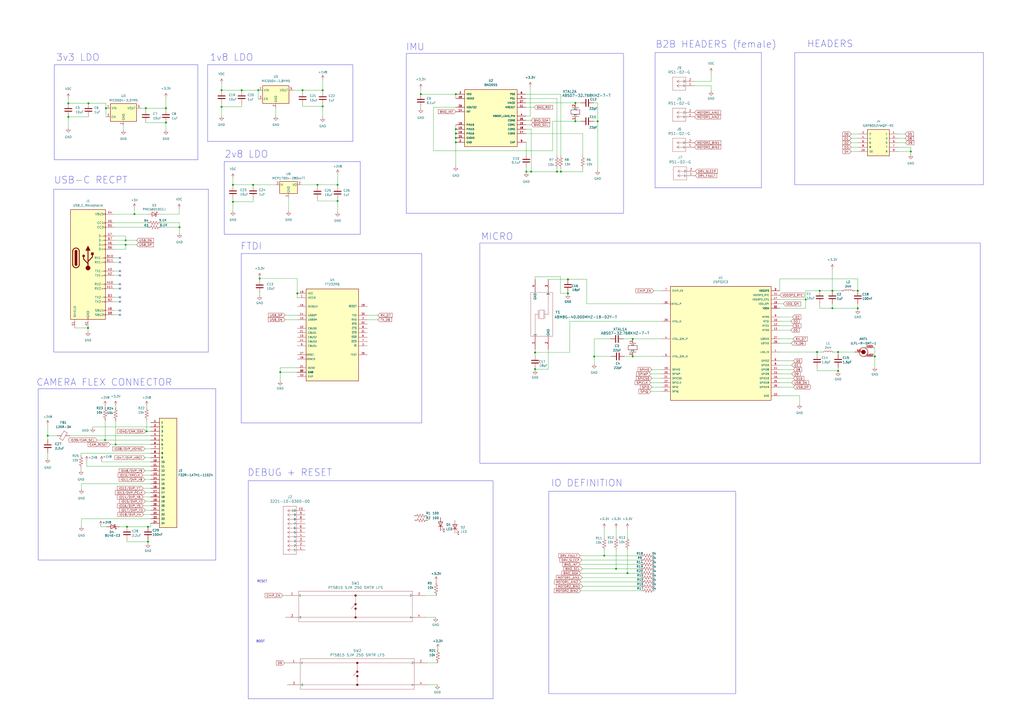
<source format=kicad_sch>
(kicad_sch (version 20230121) (generator eeschema)
  (paper "A2")
  (junction (at 85.09 250.19))
  (junction (at 346.71 70.358))
  (junction (at 85.852 305.562))
  (junction (at 149.86 52.324))
  (junction (at 486.156 215.138))
  (junction (at 51.054 190.246))
  (junction (at 187.198 61.722))
  (junction (at 73.66 305.562))
  (junction (at 84.582 62.738))
  (junction (at 482.854 178.816))
  (junction (at 367.03 206.756))
  (junction (at 482.854 168.656))
  (junction (at 310.388 204.47))
  (junction (at 473.964 204.216))
  (junction (at 344.678 206.756))
  (junction (at 39.624 59.944))
  (junction (at 363.982 332.486))
  (junction (at 528.32 87.884))
  (junction (at 467.36 173.736))
  (junction (at 367.03 196.596))
  (junction (at 497.586 168.656))
  (junction (at 27.686 252.73))
  (junction (at 333.756 70.358))
  (junction (at 308.102 99.568))
  (junction (at 325.374 99.568))
  (junction (at 475.488 168.656))
  (junction (at 329.438 162.052))
  (junction (at 357.378 329.946))
  (junction (at 350.52 322.326))
  (junction (at 172.466 170.18))
  (junction (at 195.834 107.188))
  (junction (at 128.524 61.976))
  (junction (at 333.756 59.69))
  (junction (at 497.586 178.816))
  (junction (at 162.56 215.9))
  (junction (at 146.812 107.188))
  (junction (at 128.524 52.324))
  (junction (at 323.088 99.568))
  (junction (at 39.624 67.818))
  (junction (at 104.14 131.826))
  (junction (at 72.898 141.986))
  (junction (at 60.96 255.27))
  (junction (at 507.492 206.756))
  (junction (at 264.414 80.01))
  (junction (at 150.622 161.544))
  (junction (at 486.156 204.216))
  (junction (at 264.414 77.47))
  (junction (at 72.898 139.446))
  (junction (at 67.056 257.81))
  (junction (at 329.438 170.18))
  (junction (at 187.198 52.324))
  (junction (at 305.308 99.568))
  (junction (at 195.834 116.586))
  (junction (at 264.414 74.93))
  (junction (at 184.15 107.188))
  (junction (at 96.266 71.12))
  (junction (at 135.128 117.094))
  (junction (at 51.308 59.944))
  (junction (at 264.414 82.55))
  (junction (at 244.094 54.61))
  (junction (at 61.468 62.738))
  (junction (at 85.852 314.198))
  (junction (at 77.978 124.206))
  (junction (at 135.128 107.188))
  (junction (at 175.514 52.324))
  (junction (at 264.414 54.61))
  (junction (at 310.388 214.122))
  (junction (at 140.208 52.324))
  (junction (at 96.266 62.738))
  (no_connect (at 69.596 167.386))
  (no_connect (at 69.596 180.086))
  (no_connect (at 69.596 182.626))
  (no_connect (at 69.596 172.466))
  (no_connect (at 69.596 149.606))
  (no_connect (at 69.596 157.226))
  (no_connect (at 69.596 159.766))
  (no_connect (at 69.596 175.006))
  (no_connect (at 69.596 164.846))
  (no_connect (at 69.596 152.146))
  (wire (pts (xy 140.208 60.198) (xy 140.208 61.976)))
  (wire (pts (xy 246.888 358.14) (xy 252.73 358.14)))
  (wire (pts (xy 40.64 252.73) (xy 87.376 252.73)))
  (wire (pts (xy 383.794 176.276) (xy 340.36 176.276)))
  (wire (pts (xy 85.598 124.206) (xy 77.978 124.206)))
  (wire (pts (xy 150.622 161.036) (xy 150.622 161.544)))
  (wire (pts (xy 357.378 306.324) (xy 357.378 311.404)))
  (wire (pts (xy 452.374 214.376) (xy 460.248 214.376)))
  (wire (pts (xy 69.596 159.766) (xy 66.294 159.766)))
  (wire (pts (xy 39.624 67.564) (xy 39.624 67.818)))
  (wire (pts (xy 219.202 182.88) (xy 213.106 182.88)))
  (wire (pts (xy 39.624 56.896) (xy 39.624 59.944)))
  (wire (pts (xy 184.15 107.188) (xy 195.834 107.188)))
  (wire (pts (xy 350.52 322.326) (xy 336.55 322.326)))
  (wire (pts (xy 77.978 120.65) (xy 77.978 124.206)))
  (wire (pts (xy 83.312 298.45) (xy 87.376 298.45)))
  (wire (pts (xy 467.36 173.736) (xy 467.36 168.656)))
  (wire (pts (xy 363.982 306.324) (xy 363.982 311.404)))
  (wire (pts (xy 184.15 116.586) (xy 195.834 116.586)))
  (wire (pts (xy 363.982 332.486) (xy 363.982 319.024)))
  (wire (pts (xy 330.454 186.436) (xy 383.794 186.436)))
  (wire (pts (xy 473.964 215.138) (xy 473.964 213.106)))
  (wire (pts (xy 337.82 329.946) (xy 357.378 329.946)))
  (wire (pts (xy 58.42 305.562) (xy 58.42 304.8)))
  (wire (pts (xy 493.776 85.344) (xy 498.094 85.344)))
  (wire (pts (xy 69.596 182.626) (xy 66.294 182.626)))
  (wire (pts (xy 77.978 124.206) (xy 66.294 124.206)))
  (wire (pts (xy 325.12 170.18) (xy 329.438 170.18)))
  (wire (pts (xy 525.272 82.804) (xy 520.954 82.804)))
  (wire (pts (xy 69.596 149.606) (xy 66.294 149.606)))
  (wire (pts (xy 83.058 293.37) (xy 87.376 293.37)))
  (wire (pts (xy 51.308 67.818) (xy 39.624 67.818)))
  (wire (pts (xy 371.856 329.946) (xy 357.378 329.946)))
  (wire (pts (xy 507.492 201.676) (xy 505.968 201.676)))
  (wire (pts (xy 104.14 131.826) (xy 104.14 135.382)))
  (wire (pts (xy 46.99 262.89) (xy 87.376 262.89)))
  (wire (pts (xy 497.586 178.816) (xy 482.854 178.816)))
  (wire (pts (xy 377.444 216.916) (xy 383.794 216.916)))
  (wire (pts (xy 452.374 183.896) (xy 459.74 183.896)))
  (wire (pts (xy 84.328 295.91) (xy 87.376 295.91)))
  (wire (pts (xy 452.374 186.436) (xy 458.724 186.436)))
  (wire (pts (xy 412.496 47.244) (xy 402.844 47.244)))
  (wire (pts (xy 247.904 384.556) (xy 254 384.556)))
  (wire (pts (xy 73.66 314.198) (xy 85.852 314.198)))
  (wire (pts (xy 484.124 204.216) (xy 486.156 204.216)))
  (wire (pts (xy 51.054 192.278) (xy 51.054 190.246)))
  (wire (pts (xy 333.756 70.358) (xy 336.804 70.358)))
  (wire (pts (xy 350.52 306.324) (xy 350.52 311.658)))
  (wire (pts (xy 87.376 305.562) (xy 87.376 303.53)))
  (wire (pts (xy 412.496 52.832) (xy 412.496 49.784)))
  (wire (pts (xy 305.054 74.93) (xy 308.102 74.93)))
  (wire (pts (xy 325.374 99.568) (xy 338.074 99.568)))
  (wire (pts (xy 58.928 267.208) (xy 58.928 267.97)))
  (wire (pts (xy 67.056 235.204) (xy 67.056 236.474)))
  (wire (pts (xy 252.984 337.058) (xy 252.984 337.82)))
  (wire (pts (xy 323.088 99.568) (xy 325.374 99.568)))
  (wire (pts (xy 104.14 129.286) (xy 104.14 131.826)))
  (wire (pts (xy 187.198 46.228) (xy 187.198 52.324)))
  (wire (pts (xy 493.776 77.724) (xy 498.094 77.724)))
  (wire (pts (xy 310.388 162.052) (xy 310.388 160.528)))
  (wire (pts (xy 72.898 141.986) (xy 79.248 141.986)))
  (wire (pts (xy 340.36 162.052) (xy 329.438 162.052)))
  (wire (pts (xy 354.076 196.596) (xy 344.678 196.596)))
  (wire (pts (xy 187.198 61.722) (xy 187.198 60.706)))
  (wire (pts (xy 476.504 204.216) (xy 473.964 204.216)))
  (wire (pts (xy 482.854 155.956) (xy 482.854 168.656)))
  (wire (pts (xy 84.582 250.19) (xy 85.09 250.19)))
  (wire (pts (xy 85.09 250.19) (xy 87.376 250.19)))
  (wire (pts (xy 310.388 204.47) (xy 330.454 204.47)))
  (wire (pts (xy 175.514 52.324) (xy 187.198 52.324)))
  (wire (pts (xy 39.624 67.818) (xy 39.624 74.168)))
  (wire (pts (xy 350.52 319.278) (xy 350.52 322.326)))
  (wire (pts (xy 452.374 191.516) (xy 458.724 191.516)))
  (wire (pts (xy 378.206 219.456) (xy 383.794 219.456)))
  (wire (pts (xy 72.898 136.906) (xy 72.898 139.446)))
  (wire (pts (xy 378.206 214.376) (xy 383.794 214.376)))
  (wire (pts (xy 310.388 214.122) (xy 310.388 213.614)))
  (wire (pts (xy 66.294 141.986) (xy 72.898 141.986)))
  (wire (pts (xy 150.622 171.45) (xy 150.622 169.926)))
  (wire (pts (xy 264.414 77.47) (xy 264.414 80.01)))
  (wire (pts (xy 452.374 188.976) (xy 459.74 188.976)))
  (wire (pts (xy 135.128 117.094) (xy 135.128 115.316)))
  (wire (pts (xy 305.054 77.47) (xy 338.074 77.47)))
  (wire (pts (xy 338.074 77.47) (xy 338.074 90.17)))
  (wire (pts (xy 357.378 329.946) (xy 357.378 319.024)))
  (wire (pts (xy 525.018 80.264) (xy 520.954 80.264)))
  (wire (pts (xy 162.56 215.9) (xy 162.56 220.98)))
  (wire (pts (xy 172.466 170.18) (xy 172.466 161.544)))
  (wire (pts (xy 264.414 74.93) (xy 264.414 77.47)))
  (wire (pts (xy 66.294 136.906) (xy 72.898 136.906)))
  (wire (pts (xy 60.96 236.22) (xy 60.96 235.204)))
  (wire (pts (xy 69.596 175.006) (xy 66.294 175.006)))
  (wire (pts (xy 346.71 98.806) (xy 346.71 70.358)))
  (wire (pts (xy 305.054 59.69) (xy 333.756 59.69)))
  (wire (pts (xy 310.388 204.47) (xy 310.388 202.692)))
  (wire (pts (xy 254 376.174) (xy 254 376.936)))
  (wire (pts (xy 72.898 144.526) (xy 72.898 141.986)))
  (wire (pts (xy 493.776 80.264) (xy 498.094 80.264)))
  (wire (pts (xy 244.094 62.992) (xy 244.094 62.23)))
  (wire (pts (xy 246.888 345.44) (xy 252.984 345.44)))
  (wire (pts (xy 520.954 85.344) (xy 528.32 85.344)))
  (wire (pts (xy 507.492 201.676) (xy 507.492 206.756)))
  (wire (pts (xy 160.02 67.31) (xy 160.02 62.484)))
  (wire (pts (xy 264.414 54.61) (xy 264.414 57.15)))
  (wire (pts (xy 39.624 59.944) (xy 51.308 59.944)))
  (wire (pts (xy 46.99 263.906) (xy 46.99 262.89)))
  (wire (pts (xy 346.71 59.69) (xy 344.424 59.69)))
  (wire (pts (xy 452.374 216.916) (xy 459.232 216.916)))
  (wire (pts (xy 486.156 205.486) (xy 486.156 204.216)))
  (wire (pts (xy 354.584 206.756) (xy 344.678 206.756)))
  (wire (pts (xy 172.466 213.36) (xy 162.56 213.36)))
  (wire (pts (xy 135.128 107.188) (xy 135.128 107.696)))
  (wire (pts (xy 497.586 161.798) (xy 497.586 168.656)))
  (wire (pts (xy 308.102 69.85) (xy 305.054 69.85)))
  (wire (pts (xy 69.342 305.562) (xy 73.66 305.562)))
  (wire (pts (xy 251.46 62.23) (xy 251.46 87.376)))
  (wire (pts (xy 310.388 214.63) (xy 310.388 214.122)))
  (wire (pts (xy 61.468 59.944) (xy 51.308 59.944)))
  (wire (pts (xy 128.524 52.578) (xy 128.524 52.324)))
  (wire (pts (xy 85.852 305.562) (xy 87.376 305.562)))
  (wire (pts (xy 103.886 124.206) (xy 93.218 124.206)))
  (wire (pts (xy 27.686 246.38) (xy 27.686 252.73)))
  (wire (pts (xy 184.15 116.586) (xy 184.15 115.57)))
  (wire (pts (xy 493.776 82.804) (xy 498.094 82.804)))
  (wire (pts (xy 497.586 178.816) (xy 497.586 179.578)))
  (wire (pts (xy 308.102 72.39) (xy 305.054 72.39)))
  (wire (pts (xy 69.596 152.146) (xy 66.294 152.146)))
  (wire (pts (xy 452.374 199.136) (xy 458.978 199.136)))
  (wire (pts (xy 325.374 97.79) (xy 325.374 99.568)))
  (wire (pts (xy 47.244 300.99) (xy 87.376 300.99)))
  (wire (pts (xy 482.854 178.816) (xy 482.854 176.276)))
  (wire (pts (xy 305.308 100.076) (xy 305.308 99.568)))
  (wire (pts (xy 135.128 103.378) (xy 135.128 107.188)))
  (wire (pts (xy 84.582 62.738) (xy 84.582 63.5)))
  (wire (pts (xy 525.018 77.724) (xy 520.954 77.724)))
  (wire (pts (xy 175.514 61.722) (xy 187.198 61.722)))
  (wire (pts (xy 150.622 161.544) (xy 150.622 162.306)))
  (wire (pts (xy 325.374 54.61) (xy 305.054 54.61)))
  (wire (pts (xy 146.812 107.188) (xy 146.812 107.696)))
  (wire (pts (xy 377.444 227.076) (xy 383.794 227.076)))
  (wire (pts (xy 244.094 54.61) (xy 244.094 51.308)))
  (wire (pts (xy 412.496 49.784) (xy 402.844 49.784)))
  (wire (pts (xy 46.99 271.526) (xy 46.99 272.796)))
  (wire (pts (xy 318.008 214.122) (xy 310.388 214.122)))
  (wire (pts (xy 372.11 337.566) (xy 336.804 337.566)))
  (wire (pts (xy 310.388 160.528) (xy 325.12 160.528)))
  (wire (pts (xy 323.088 57.15) (xy 305.054 57.15)))
  (wire (pts (xy 73.66 305.562) (xy 85.852 305.562)))
  (wire (pts (xy 93.472 131.826) (xy 104.14 131.826)))
  (wire (pts (xy 344.424 70.358) (xy 346.71 70.358)))
  (wire (pts (xy 371.856 322.326) (xy 350.52 322.326)))
  (wire (pts (xy 60.96 243.84) (xy 60.96 255.27)))
  (wire (pts (xy 128.524 67.31) (xy 128.524 61.976)))
  (wire (pts (xy 135.128 107.188) (xy 146.812 107.188)))
  (wire (pts (xy 165.1 384.556) (xy 166.624 384.556)))
  (wire (pts (xy 372.11 340.106) (xy 338.074 340.106)))
  (wire (pts (xy 195.834 122.936) (xy 195.834 116.586)))
  (wire (pts (xy 323.088 90.17) (xy 323.088 57.15)))
  (wire (pts (xy 51.308 67.818) (xy 51.308 67.564)))
  (wire (pts (xy 528.32 89.662) (xy 528.32 87.884)))
  (wire (pts (xy 371.856 324.866) (xy 337.566 324.866)))
  (wire (pts (xy 330.454 204.47) (xy 330.454 186.436)))
  (wire (pts (xy 497.586 168.656) (xy 495.808 168.656)))
  (wire (pts (xy 452.374 229.616) (xy 463.804 229.616)))
  (wire (pts (xy 159.766 107.188) (xy 146.812 107.188)))
  (wire (pts (xy 325.374 90.17) (xy 325.374 54.61)))
  (wire (pts (xy 412.496 42.164) (xy 412.496 47.244)))
  (wire (pts (xy 308.102 74.93) (xy 308.102 99.568)))
  (wire (pts (xy 175.514 61.722) (xy 175.514 60.706)))
  (wire (pts (xy 362.204 206.756) (xy 367.03 206.756)))
  (wire (pts (xy 53.848 247.65) (xy 87.376 247.65)))
  (wire (pts (xy 459.232 211.836) (xy 452.374 211.836)))
  (wire (pts (xy 329.438 170.688) (xy 329.438 170.18)))
  (wire (pts (xy 452.374 219.456) (xy 460.248 219.456)))
  (wire (pts (xy 175.514 52.324) (xy 175.514 53.086)))
  (wire (pts (xy 58.928 267.97) (xy 87.376 267.97)))
  (wire (pts (xy 69.596 172.466) (xy 66.294 172.466)))
  (wire (pts (xy 467.36 178.816) (xy 467.36 173.736)))
  (wire (pts (xy 140.208 52.578) (xy 140.208 52.324)))
  (wire (pts (xy 320.548 87.376) (xy 320.548 70.358)))
  (wire (pts (xy 85.852 314.198) (xy 85.852 315.214)))
  (wire (pts (xy 56.388 255.27) (xy 60.96 255.27)))
  (wire (pts (xy 47.244 280.67) (xy 87.376 280.67)))
  (wire (pts (xy 27.686 265.938) (xy 27.686 262.636)))
  (wire (pts (xy 488.188 168.656) (xy 482.854 168.656)))
  (wire (pts (xy 372.11 335.026) (xy 337.82 335.026)))
  (wire (pts (xy 146.812 115.316) (xy 146.812 117.094)))
  (wire (pts (xy 58.42 305.562) (xy 61.722 305.562)))
  (wire (pts (xy 66.294 144.526) (xy 72.898 144.526)))
  (wire (pts (xy 323.088 97.79) (xy 323.088 99.568)))
  (wire (pts (xy 495.808 204.216) (xy 486.156 204.216)))
  (wire (pts (xy 264.414 72.39) (xy 264.414 74.93)))
  (wire (pts (xy 84.074 273.05) (xy 87.376 273.05)))
  (wire (pts (xy 93.218 129.286) (xy 104.14 129.286)))
  (wire (pts (xy 493.776 87.884) (xy 498.094 87.884)))
  (wire (pts (xy 308.102 99.568) (xy 323.088 99.568)))
  (wire (pts (xy 463.804 229.616) (xy 463.804 234.442)))
  (wire (pts (xy 452.374 178.816) (xy 467.36 178.816)))
  (wire (pts (xy 81.788 62.738) (xy 84.582 62.738)))
  (wire (pts (xy 452.374 224.536) (xy 460.248 224.536)))
  (wire (pts (xy 67.056 244.094) (xy 67.056 257.81)))
  (wire (pts (xy 103.886 120.904) (xy 103.886 124.206)))
  (wire (pts (xy 452.374 221.996) (xy 459.232 221.996)))
  (wire (pts (xy 73.66 313.182) (xy 73.66 314.198)))
  (wire (pts (xy 184.15 107.188) (xy 184.15 107.95)))
  (wire (pts (xy 310.388 205.994) (xy 310.388 204.47)))
  (wire (pts (xy 336.804 332.486) (xy 363.982 332.486)))
  (wire (pts (xy 336.804 59.69) (xy 333.756 59.69)))
  (wire (pts (xy 172.466 161.544) (xy 150.622 161.544)))
  (wire (pts (xy 452.374 196.596) (xy 459.994 196.596)))
  (wire (pts (xy 69.596 164.846) (xy 66.294 164.846)))
  (wire (pts (xy 473.964 205.486) (xy 473.964 204.216)))
  (wire (pts (xy 172.466 170.18) (xy 172.466 172.72)))
  (wire (pts (xy 333.756 59.69) (xy 333.756 59.944)))
  (wire (pts (xy 84.328 285.75) (xy 87.376 285.75)))
  (wire (pts (xy 452.374 173.736) (xy 467.36 173.736)))
  (wire (pts (xy 379.222 168.656) (xy 383.794 168.656)))
  (wire (pts (xy 83.058 288.29) (xy 87.376 288.29)))
  (wire (pts (xy 195.834 101.092) (xy 195.834 107.188)))
  (wire (pts (xy 71.628 75.438) (xy 71.628 72.898)))
  (wire (pts (xy 82.804 275.59) (xy 87.376 275.59)))
  (wire (pts (xy 305.308 89.408) (xy 305.308 82.55)))
  (wire (pts (xy 47.244 283.718) (xy 47.244 280.67)))
  (wire (pts (xy 85.852 313.182) (xy 85.852 314.198)))
  (wire (pts (xy 346.71 59.69) (xy 346.71 70.358)))
  (wire (pts (xy 146.812 117.094) (xy 135.128 117.094)))
  (wire (pts (xy 486.156 215.138) (xy 486.156 213.106)))
  (wire (pts (xy 251.46 87.376) (xy 320.548 87.376)))
  (wire (pts (xy 84.074 278.13) (xy 87.376 278.13)))
  (wire (pts (xy 309.88 62.23) (xy 305.054 62.23)))
  (wire (pts (xy 475.488 178.816) (xy 482.854 178.816)))
  (wire (pts (xy 162.56 213.36) (xy 162.56 215.9)))
  (wire (pts (xy 66.294 131.826) (xy 85.852 131.826)))
  (wire (pts (xy 219.202 185.42) (xy 213.106 185.42)))
  (wire (pts (xy 43.434 190.246) (xy 51.054 190.246)))
  (wire (pts (xy 329.438 170.18) (xy 329.438 169.672)))
  (wire (pts (xy 170.18 52.324) (xy 175.514 52.324)))
  (wire (pts (xy 452.374 168.656) (xy 452.374 161.798)))
  (wire (pts (xy 318.008 202.692) (xy 318.008 214.122)))
  (wire (pts (xy 333.756 70.358) (xy 333.756 70.104)))
  (wire (pts (xy 454.406 176.276) (xy 452.374 176.276)))
  (wire (pts (xy 128.524 61.976) (xy 128.524 60.198)))
  (wire (pts (xy 96.266 62.738) (xy 96.266 63.5)))
  (wire (pts (xy 486.156 215.138) (xy 486.156 215.646)))
  (wire (pts (xy 305.308 82.55) (xy 305.054 82.55)))
  (wire (pts (xy 361.696 196.596) (xy 367.03 196.596)))
  (wire (pts (xy 135.128 122.428) (xy 135.128 117.094)))
  (wire (pts (xy 84.074 260.35) (xy 87.376 260.35)))
  (wire (pts (xy 475.488 168.656) (xy 482.854 168.656)))
  (wire (pts (xy 84.328 290.83) (xy 87.376 290.83)))
  (wire (pts (xy 452.374 161.798) (xy 497.586 161.798)))
  (wire (pts (xy 128.524 48.26) (xy 128.524 52.324)))
  (wire (pts (xy 50.292 270.51) (xy 87.376 270.51)))
  (wire (pts (xy 50.292 267.208) (xy 50.292 270.51)))
  (wire (pts (xy 371.856 327.406) (xy 336.55 327.406)))
  (wire (pts (xy 187.198 52.324) (xy 187.198 53.086)))
  (wire (pts (xy 497.586 176.276) (xy 497.586 178.816)))
  (wire (pts (xy 371.856 332.486) (xy 363.982 332.486)))
  (wire (pts (xy 305.054 67.31) (xy 307.594 67.31)))
  (wire (pts (xy 162.56 215.9) (xy 172.466 215.9)))
  (wire (pts (xy 175.006 107.188) (xy 184.15 107.188)))
  (wire (pts (xy 340.36 176.276) (xy 340.36 162.052)))
  (wire (pts (xy 320.548 70.358) (xy 333.756 70.358)))
  (wire (pts (xy 372.11 342.646) (xy 336.804 342.646)))
  (wire (pts (xy 195.834 116.586) (xy 195.834 115.57)))
  (wire (pts (xy 79.248 139.446) (xy 72.898 139.446)))
  (wire (pts (xy 187.198 68.072) (xy 187.198 61.722)))
  (wire (pts (xy 165.354 182.88) (xy 172.466 182.88)))
  (wire (pts (xy 475.488 176.276) (xy 475.488 178.816)))
  (wire (pts (xy 149.86 52.324) (xy 149.86 57.404)))
  (wire (pts (xy 528.32 87.884) (xy 520.954 87.884)))
  (wire (pts (xy 85.09 243.84) (xy 85.09 250.19)))
  (wire (pts (xy 61.468 62.738) (xy 61.468 67.818)))
  (wire (pts (xy 167.386 122.428) (xy 167.386 114.808)))
  (wire (pts (xy 27.686 252.73) (xy 33.02 252.73)))
  (wire (pts (xy 195.834 107.188) (xy 195.834 107.95)))
  (wire (pts (xy 69.596 157.226) (xy 66.294 157.226)))
  (wire (pts (xy 140.208 52.324) (xy 149.86 52.324)))
  (wire (pts (xy 247.904 397.256) (xy 253.746 397.256)))
  (wire (pts (xy 528.32 85.344) (xy 528.32 87.884)))
  (wire (pts (xy 140.208 61.976) (xy 128.524 61.976)))
  (wire (pts (xy 96.266 56.642) (xy 96.266 62.738)))
  (wire (pts (xy 96.266 75.438) (xy 96.266 71.12)))
  (wire (pts (xy 367.03 196.596) (xy 383.794 196.596)))
  (wire (pts (xy 460.248 209.296) (xy 452.374 209.296)))
  (wire (pts (xy 507.492 206.756) (xy 505.968 206.756)))
  (wire (pts (xy 329.438 162.052) (xy 318.008 162.052)))
  (wire (pts (xy 165.354 185.42) (xy 172.466 185.42)))
  (wire (pts (xy 67.056 257.81) (xy 87.376 257.81)))
  (wire (pts (xy 344.678 206.756) (xy 344.678 211.074)))
  (wire (pts (xy 164.084 345.44) (xy 165.608 345.44)))
  (wire (pts (xy 305.308 99.568) (xy 308.102 99.568)))
  (wire (pts (xy 61.468 62.738) (xy 61.468 59.944)))
  (wire (pts (xy 467.36 168.656) (xy 475.488 168.656)))
  (wire (pts (xy 69.596 167.386) (xy 66.294 167.386)))
  (wire (pts (xy 507.492 206.756) (xy 507.492 212.852)))
  (wire (pts (xy 367.03 206.756) (xy 383.794 206.756)))
  (wire (pts (xy 84.074 265.43) (xy 87.376 265.43)))
  (wire (pts (xy 338.074 97.79) (xy 338.074 99.568)))
  (wire (pts (xy 473.964 215.138) (xy 486.156 215.138)))
  (wire (pts (xy 27.686 255.016) (xy 27.686 252.73)))
  (wire (pts (xy 85.09 236.22) (xy 85.09 235.204)))
  (wire (pts (xy 84.582 71.12) (xy 96.266 71.12)))
  (wire (pts (xy 264.414 82.55) (xy 264.414 96.52)))
  (wire (pts (xy 325.12 160.528) (xy 325.12 170.18)))
  (wire (pts (xy 264.414 80.01) (xy 264.414 82.55)))
  (wire (pts (xy 85.598 129.286) (xy 66.294 129.286)))
  (wire (pts (xy 344.678 196.596) (xy 344.678 206.756)))
  (wire (pts (xy 378.206 224.536) (xy 383.794 224.536)))
  (wire (pts (xy 128.524 52.324) (xy 140.208 52.324)))
  (wire (pts (xy 47.244 305.308) (xy 47.244 300.99)))
  (wire (pts (xy 72.898 139.446) (xy 66.294 139.446)))
  (wire (pts (xy 83.058 283.21) (xy 87.376 283.21)))
  (wire (pts (xy 244.094 54.61) (xy 264.414 54.61)))
  (wire (pts (xy 264.414 62.23) (xy 251.46 62.23)))
  (wire (pts (xy 69.596 180.086) (xy 66.294 180.086)))
  (wire (pts (xy 84.582 62.738) (xy 96.266 62.738)))
  (wire (pts (xy 305.308 97.028) (xy 305.308 99.568)))
  (wire (pts (xy 473.964 204.216) (xy 452.374 204.216)))
  (wire (pts (xy 60.96 255.27) (xy 87.376 255.27)))
  (wire (pts (xy 64.008 257.81) (xy 67.056 257.81)))
  (wire (pts (xy 377.444 221.996) (xy 383.794 221.996)))
  (wire (pts (xy 53.848 248.158) (xy 53.848 247.65)))
  (wire (pts (xy 307.594 67.31) (xy 307.594 50.292)))
  (rectangle (start 139.954 147.066) (end 244.602 245.364))
  (rectangle (start 120.396 37.592) (end 204.724 82.042))
  (rectangle (start 31.496 37.592) (end 114.808 92.71))
  (rectangle (start 379.984 30.48) (end 441.706 108.966))
  (rectangle (start 22.098 225.552) (end 125.222 324.866))
  (rectangle (start 461.01 30.48) (end 570.484 107.188))
  (rectangle (start 318.262 284.988) (end 426.72 402.336))
  (rectangle (start 31.242 109.728) (end 120.904 204.216))
  (rectangle (start 144.018 278.892) (end 286.004 405.384))
  (rectangle (start 235.712 30.988) (end 361.696 123.698))
  (rectangle (start 130.048 93.726) (end 209.042 135.89))
  (rectangle (start 278.384 140.97) (end 568.706 268.732))
  (text "IO DEFINITION" (at 319.532 282.702 0) (effects (font (size 4 4)) (justify left bottom)))
  (text "1v8 LDO" (at 121.666 35.814 0) (effects (font (size 4 4)) (justify left bottom)))
  (text "RESET" (at 149.098 338.074 0) (effects (font (size 1.27 1.27)) (justify left bottom)))
  (text "IMU" (at 235.458 29.718 0) (effects (font (size 4 4)) (justify left bottom)))
  (text "DEBUG + RESET" (at 143.51 276.606 0) (effects (font (size 4 4)) (justify left bottom)))
  (text "FTDI" (at 139.446 145.288 0) (effects (font (size 4 4)) (justify left bottom)))
  (text "CAMERA FLEX CONNECTOR\n" (at 21.082 224.282 0) (effects (font (size 4 4)) (justify left bottom)))
  (text "BOOT" (at 148.59 372.872 0) (effects (font (size 1.27 1.27)) (justify left bottom)))
  (text "B2B HEADERS (female)" (at 380.238 28.194 0) (effects (font (size 4 4)) (justify left bottom)))
  (text "3v3 LDO\n" (at 32.512 35.814 0) (effects (font (size 4 4)) (justify left bottom)))
  (text "USB-C RECPT" (at 31.242 106.934 0) (effects (font (size 4 4)) (justify left bottom)))
  (text "2v8 LDO" (at 130.302 91.948 0) (effects (font (size 4 4)) (justify left bottom)))
  (text "MICRO" (at 278.892 139.7 0) (effects (font (size 4 4)) (justify left bottom)))
  (text "HEADERS" (at 468.122 27.94 0) (effects (font (size 4 4)) (justify left bottom)))
  (global_label "BNO_INT" (shape input) (at 264.414 64.77 180) (property "Intersheetrefs" "${INTERSHEET_REFS}" (effects hide)))
  (global_label "MOTOR2_BIN2" (shape input) (at 402.844 85.344 0) (property "Intersheetrefs" "${INTERSHEET_REFS}" (effects hide)))
  (global_label "IO13{slash}DVP_PCLK" (shape input) (at 84.328 285.75 180) (property "Intersheetrefs" "${INTERSHEET_REFS}" (effects hide)))
  (global_label "TX_D6" (shape input) (at 458.978 199.136 0) (property "Intersheetrefs" "${INTERSHEET_REFS}" (effects hide)))
  (global_label "DRV_SLEEP" (shape input) (at 337.566 324.866 180) (property "Intersheetrefs" "${INTERSHEET_REFS}" (effects hide)))
  (global_label "MOTOR1_AIN1" (shape input) (at 337.82 335.026 180) (property "Intersheetrefs" "${INTERSHEET_REFS}" (effects hide)))
  (global_label "USB_DP" (shape input) (at 165.354 182.88 180) (property "Intersheetrefs" "${INTERSHEET_REFS}" (effects hide)))
  (global_label "IO38{slash}DVP_VSYNC" (shape input) (at 84.074 260.35 180) (property "Intersheetrefs" "${INTERSHEET_REFS}" (effects hide)))
  (global_label "D1" (shape input) (at 459.232 211.836 0) (property "Intersheetrefs" "${INTERSHEET_REFS}" (effects hide)))
  (global_label "BNO_SDA" (shape input) (at 308.102 69.85 0) (property "Intersheetrefs" "${INTERSHEET_REFS}" (effects hide)))
  (global_label "DRV_FAULT" (shape input) (at 336.55 322.326 180) (property "Intersheetrefs" "${INTERSHEET_REFS}" (effects hide)))
  (global_label "MOTOR1_AIN1" (shape input) (at 402.844 65.278 0) (property "Intersheetrefs" "${INTERSHEET_REFS}" (effects hide)))
  (global_label "IO40{slash}CAM_SDA" (shape input) (at 84.582 250.19 180) (property "Intersheetrefs" "${INTERSHEET_REFS}" (effects hide)))
  (global_label "VDD3P3_RTC" (shape input) (at 452.374 171.196 0) (property "Intersheetrefs" "${INTERSHEET_REFS}" (effects hide)))
  (global_label "DRV_FAULT" (shape input) (at 403.352 101.854 0) (property "Intersheetrefs" "${INTERSHEET_REFS}" (effects hide)))
  (global_label "VDD_SPI" (shape input) (at 454.406 176.276 0) (property "Intersheetrefs" "${INTERSHEET_REFS}" (effects hide)))
  (global_label "CHIP_EN" (shape input) (at 164.084 345.44 180) (property "Intersheetrefs" "${INTERSHEET_REFS}" (effects hide)))
  (global_label "BNO_SCL" (shape input) (at 337.82 329.946 180) (property "Intersheetrefs" "${INTERSHEET_REFS}" (effects hide)))
  (global_label "RX_D7" (shape input) (at 459.994 196.596 0) (property "Intersheetrefs" "${INTERSHEET_REFS}" (effects hide)))
  (global_label "IO48{slash}DVP_Y9" (shape input) (at 84.074 273.05 180) (property "Intersheetrefs" "${INTERSHEET_REFS}" (effects hide)))
  (global_label "IO16{slash}DVP_Y5" (shape input) (at 83.058 293.37 180) (property "Intersheetrefs" "${INTERSHEET_REFS}" (effects hide)))
  (global_label "MOTOR2_BIN1" (shape input) (at 402.844 82.804 0) (property "Intersheetrefs" "${INTERSHEET_REFS}" (effects hide)))
  (global_label "USB_DN" (shape input) (at 79.248 139.446 0) (property "Intersheetrefs" "${INTERSHEET_REFS}" (effects hide)))
  (global_label "SPIHD" (shape input) (at 378.206 214.376 180) (property "Intersheetrefs" "${INTERSHEET_REFS}" (effects hide)))
  (global_label "DRV_SLEEP" (shape input) (at 403.352 99.314 0) (property "Intersheetrefs" "${INTERSHEET_REFS}" (effects hide)))
  (global_label "MOTOR2_BIN1" (shape input) (at 338.074 340.106 180) (property "Intersheetrefs" "${INTERSHEET_REFS}" (effects hide)))
  (global_label "D2" (shape input) (at 459.74 183.896 0) (property "Intersheetrefs" "${INTERSHEET_REFS}" (effects hide)))
  (global_label "USB_DP" (shape input) (at 79.248 141.986 0) (property "Intersheetrefs" "${INTERSHEET_REFS}" (effects hide)))
  (global_label "MOTOR2_BIN2" (shape input) (at 336.804 342.646 180) (property "Intersheetrefs" "${INTERSHEET_REFS}" (effects hide)))
  (global_label "D3" (shape input) (at 458.724 186.436 0) (property "Intersheetrefs" "${INTERSHEET_REFS}" (effects hide)))
  (global_label "D5" (shape input) (at 458.724 191.516 0) (property "Intersheetrefs" "${INTERSHEET_REFS}" (effects hide)))
  (global_label "TX_D6" (shape input) (at 219.202 185.42 0) (property "Intersheetrefs" "${INTERSHEET_REFS}" (effects hide)))
  (global_label "D0" (shape input) (at 493.776 77.724 180) (property "Intersheetrefs" "${INTERSHEET_REFS}" (effects hide)))
  (global_label "IO47{slash}DVP_HREF" (shape input) (at 84.074 265.43 180) (property "Intersheetrefs" "${INTERSHEET_REFS}" (effects hide)))
  (global_label "SPID" (shape input) (at 378.206 224.536 180) (property "Intersheetrefs" "${INTERSHEET_REFS}" (effects hide)))
  (global_label "D9" (shape input) (at 459.232 216.916 0) (property "Intersheetrefs" "${INTERSHEET_REFS}" (effects hide)))
  (global_label "D10" (shape input) (at 460.248 219.456 0) (property "Intersheetrefs" "${INTERSHEET_REFS}" (effects hide)))
  (global_label "BNO_INT" (shape input) (at 336.55 327.406 180) (property "Intersheetrefs" "${INTERSHEET_REFS}" (effects hide)))
  (global_label "D9" (shape input) (at 165.1 384.556 180) (property "Intersheetrefs" "${INTERSHEET_REFS}" (effects hide)))
  (global_label "D5" (shape input) (at 525.018 77.724 0) (property "Intersheetrefs" "${INTERSHEET_REFS}" (effects hide)))
  (global_label "MOTOR1_AIN2" (shape input) (at 336.804 337.566 180) (property "Intersheetrefs" "${INTERSHEET_REFS}" (effects hide)))
  (global_label "CHIP_EN" (shape input) (at 379.222 168.656 180) (property "Intersheetrefs" "${INTERSHEET_REFS}" (effects hide)))
  (global_label "IO14{slash}DVP_Y6" (shape input) (at 83.058 288.29 180) (property "Intersheetrefs" "${INTERSHEET_REFS}" (effects hide)))
  (global_label "USB_DN" (shape input) (at 459.232 221.996 0) (property "Intersheetrefs" "${INTERSHEET_REFS}" (effects hide)))
  (global_label "D4" (shape input) (at 493.776 87.884 180) (property "Intersheetrefs" "${INTERSHEET_REFS}" (effects hide)))
  (global_label "IO17{slash}DVP_Y3" (shape input) (at 84.328 295.91 180) (property "Intersheetrefs" "${INTERSHEET_REFS}" (effects hide)))
  (global_label "IO39{slash}CAM_SCL" (shape input) (at 56.388 255.27 180) (property "Intersheetrefs" "${INTERSHEET_REFS}" (effects hide)))
  (global_label "SPIQ" (shape input) (at 377.444 227.076 180) (property "Intersheetrefs" "${INTERSHEET_REFS}" (effects hide)))
  (global_label "SPICS0" (shape input) (at 378.206 219.456 180) (property "Intersheetrefs" "${INTERSHEET_REFS}" (effects hide)))
  (global_label "D8" (shape input) (at 525.018 80.264 0) (property "Intersheetrefs" "${INTERSHEET_REFS}" (effects hide)))
  (global_label "BNO_RST" (shape input) (at 309.88 62.23 0) (property "Intersheetrefs" "${INTERSHEET_REFS}" (effects hide)))
  (global_label "D2" (shape input) (at 493.776 82.804 180) (property "Intersheetrefs" "${INTERSHEET_REFS}" (effects hide)))
  (global_label "SPIWP" (shape input) (at 377.444 216.916 180) (property "Intersheetrefs" "${INTERSHEET_REFS}" (effects hide)))
  (global_label "CAM_RESET" (shape input) (at 64.008 257.81 180) (property "Intersheetrefs" "${INTERSHEET_REFS}" (effects hide)))
  (global_label "IO10{slash}XMCLK" (shape input) (at 82.804 275.59 180) (property "Intersheetrefs" "${INTERSHEET_REFS}" (effects hide)))
  (global_label "RX_D7" (shape input) (at 219.202 182.88 0) (property "Intersheetrefs" "${INTERSHEET_REFS}" (effects hide)))
  (global_label "D1" (shape input) (at 493.776 80.264 180) (property "Intersheetrefs" "${INTERSHEET_REFS}" (effects hide)))
  (global_label "BNO_SCL" (shape input) (at 308.102 72.39 0) (property "Intersheetrefs" "${INTERSHEET_REFS}" (effects hide)))
  (global_label "IO15{slash}DVP_Y2" (shape input) (at 84.328 290.83 180) (property "Intersheetrefs" "${INTERSHEET_REFS}" (effects hide)))
  (global_label "IO18{slash}DVP_Y4" (shape input) (at 83.312 298.45 180) (property "Intersheetrefs" "${INTERSHEET_REFS}" (effects hide)))
  (global_label "D9" (shape input) (at 525.272 82.804 0) (property "Intersheetrefs" "${INTERSHEET_REFS}" (effects hide)))
  (global_label "IO12{slash}DVP_Y7" (shape input) (at 83.058 283.21 180) (property "Intersheetrefs" "${INTERSHEET_REFS}" (effects hide)))
  (global_label "D3" (shape input) (at 493.776 85.344 180) (property "Intersheetrefs" "${INTERSHEET_REFS}" (effects hide)))
  (global_label "D8" (shape input) (at 460.248 214.376 0) (property "Intersheetrefs" "${INTERSHEET_REFS}" (effects hide)))
  (global_label "D0" (shape input) (at 460.248 209.296 0) (property "Intersheetrefs" "${INTERSHEET_REFS}" (effects hide)))
  (global_label "USB_DN" (shape input) (at 165.354 185.42 180) (property "Intersheetrefs" "${INTERSHEET_REFS}" (effects hide)))
  (global_label "IO11{slash}DVP_Y8" (shape input) (at 84.074 278.13 180) (property "Intersheetrefs" "${INTERSHEET_REFS}" (effects hide)))
  (global_label "SPICLK" (shape input) (at 377.444 221.996 180) (property "Intersheetrefs" "${INTERSHEET_REFS}" (effects hide)))
  (global_label "D4" (shape input) (at 459.74 188.976 0) (property "Intersheetrefs" "${INTERSHEET_REFS}" (effects hide)))
  (global_label "MOTOR1_AIN2" (shape input) (at 402.844 67.818 0) (property "Intersheetrefs" "${INTERSHEET_REFS}" (effects hide)))
  (global_label "USB_DP" (shape input) (at 460.248 224.536 0) (property "Intersheetrefs" "${INTERSHEET_REFS}" (effects hide)))
  (global_label "BNO_SDA" (shape input) (at 336.804 332.486 180) (property "Intersheetrefs" "${INTERSHEET_REFS}" (effects hide)))
  (symbol (lib_id "Device:C") (at 187.198 56.896 0) (unit 1)
    (property "Reference" "C22" (at 190.5 55.626 0) (effects (justify left)))
    (property "Value" "1uF" (at 190.5 58.166 0) (effects (justify left)))
    (property "Footprint" "Capacitor_SMD:C_0201_0603Metric" (effects hide))
  )
  (symbol (lib_id "power:GND") (at 507.492 212.852 0) (unit 1)
    (property "Reference" "#PWR030" (effects hide))
    (property "Value" "GND" (at 507.492 217.17 0))
  )
  (symbol (lib_id "power:GND") (at 27.686 265.938 0) (unit 1)
    (property "Reference" "#PWR048" (effects hide))
    (property "Value" "GND" (at 27.686 271.272 0))
  )
  (symbol (lib_id "power:+2V8") (at 27.686 246.38 0) (unit 1)
    (property "Reference" "#PWR047" (effects hide))
    (property "Value" "+2V8" (at 27.686 241.808 0))
  )
  (symbol (lib_id "Device:R_US") (at 375.92 337.566 90) (unit 1)
    (property "Reference" "R15" (at 371.348 336.296 90))
    (property "Value" "0k" (at 379.476 336.296 90))
    (property "Footprint" "Resistor_SMD:R_0201_0603Metric" (effects hide))
  )
  (symbol (lib_id "power:+3.3V") (at 254 376.174 0) (unit 1)
    (property "Reference" "#PWR036" (effects hide))
    (property "Value" "+3.3V" (at 254 371.856 0))
  )
  (symbol (lib_id "power:+3.3V") (at 482.854 155.956 0) (unit 1)
    (property "Reference" "#PWR01" (effects hide))
    (property "Value" "+3.3V" (at 482.854 150.622 0))
  )
  (symbol (lib_id "Device:C") (at 27.686 258.826 0) (unit 1)
    (property "Reference" "C27" (at 31.75 257.556 0) (effects (justify left)))
    (property "Value" "2.2uF" (at 31.75 260.096 0) (effects (justify left)))
    (property "Footprint" "Capacitor_SMD:C_0402_1005Metric" (effects hide))
  )
  (symbol (lib_id "Regulator_Linear:MCP1700x-280xxTT") (at 167.386 107.188 0) (unit 1)
    (property "Reference" "U6" (at 167.386 100.838 0))
    (property "Value" "MCP1700x-280xxTT" (at 167.386 103.378 0))
    (property "Footprint" "Package_TO_SOT_SMD:SOT-23" (effects hide))
    (property "Datasheet" "http://ww1.microchip.com/downloads/en/DeviceDoc/20001826D.pdf" (effects hide))
  )
  (symbol (lib_id "Device:C") (at 73.66 309.372 0) (unit 1)
    (property "Reference" "C28" (at 76.454 308.102 0) (effects (justify left)))
    (property "Value" "2.2uF" (at 76.454 310.642 0) (effects (justify left)))
    (property "Footprint" "Capacitor_SMD:C_0402_1005Metric" (effects hide))
  )
  (symbol (lib_id "power:GND") (at 329.438 170.688 0) (unit 1)
    (property "Reference" "#PWR034" (effects hide))
    (property "Value" "GND" (at 329.438 175.006 0))
  )
  (symbol (lib_id "Device:C") (at 96.266 67.31 0) (unit 1)
    (property "Reference" "C8" (at 99.568 66.04 0) (effects (justify left)))
    (property "Value" "1uF" (at 99.568 68.58 0) (effects (justify left)))
    (property "Footprint" "Capacitor_SMD:C_0201_0603Metric" (effects hide))
  )
  (symbol (lib_id "Diode:B140-E3") (at 65.532 305.562 180) (unit 1)
    (property "Reference" "D4" (at 64.77 308.61 0))
    (property "Value" "B140-E3" (at 65.278 310.642 0))
    (property "Footprint" "Diode_SMD:D_SMA" (effects hide))
    (property "Datasheet" "http://www.vishay.com/docs/88946/b120.pdf" (effects hide))
  )
  (symbol (lib_id "Device:C") (at 146.812 111.506 0) (unit 1)
    (property "Reference" "C24" (at 150.114 110.236 0) (effects (justify left)))
    (property "Value" "1uF" (at 150.114 112.776 0) (effects (justify left)))
    (property "Footprint" "Capacitor_SMD:C_0201_0603Metric" (effects hide))
  )
  (symbol (lib_id "Device:C") (at 140.208 56.388 0) (unit 1)
    (property "Reference" "C20" (at 143.51 55.118 0) (effects (justify left)))
    (property "Value" "1uF" (at 143.51 57.658 0) (effects (justify left)))
    (property "Footprint" "Capacitor_SMD:C_0201_0603Metric" (effects hide))
  )
  (symbol (lib_id "Device:C") (at 128.524 56.388 0) (unit 1)
    (property "Reference" "C19" (at 132.588 55.118 0) (effects (justify left)))
    (property "Value" "10uF" (at 132.588 57.658 0) (effects (justify left)))
    (property "Footprint" "Capacitor_SMD:C_0603_1608Metric" (effects hide))
  )
  (symbol (lib_id "Device:R_US") (at 375.666 329.946 90) (unit 1)
    (property "Reference" "R19" (at 371.094 328.676 90))
    (property "Value" "0k" (at 379.476 328.676 90))
    (property "Footprint" "Resistor_SMD:R_0201_0603Metric" (effects hide))
  )
  (symbol (lib_id "Device:R_US") (at 85.09 240.03 0) (unit 1)
    (property "Reference" "R22" (at 80.01 236.728 0) (effects (justify left)))
    (property "Value" "10k" (at 80.01 239.268 0) (effects (justify left)))
    (property "Footprint" "Resistor_SMD:R_0201_0603Metric" (effects hide))
  )
  (symbol (lib_id "Device:R_US") (at 363.982 315.214 0) (unit 1)
    (property "Reference" "R13" (at 358.902 311.912 0) (effects (justify left)))
    (property "Value" "10k" (at 358.902 314.452 0) (effects (justify left)))
    (property "Footprint" "Resistor_SMD:R_0201_0603Metric" (effects hide))
  )
  (symbol (lib_id "power:GND") (at 47.244 305.308 0) (unit 1)
    (property "Reference" "#PWR057" (effects hide))
    (property "Value" "GND" (at 47.244 310.642 0))
  )
  (symbol (lib_id "Device:C") (at 244.094 58.42 0) (unit 1)
    (property "Reference" "C9" (at 247.396 57.15 0) (effects (justify left)))
    (property "Value" "0.1uF" (at 247.396 59.69 0) (effects (justify left)))
    (property "Footprint" "Capacitor_SMD:C_01005_0402Metric" (effects hide))
  )
  (symbol (lib_id "Device:C") (at 310.388 209.804 0) (unit 1)
    (property "Reference" "C17" (at 314.452 209.804 0))
    (property "Value" "18pF" (at 315.214 212.09 0))
    (property "Footprint" "Capacitor_SMD:C_0201_0603Metric" (effects hide))
  )
  (symbol (lib_id "Device:C") (at 329.438 165.862 0) (unit 1)
    (property "Reference" "C16" (at 333.502 165.862 0))
    (property "Value" "18pF" (at 334.264 168.148 0))
    (property "Footprint" "Capacitor_SMD:C_0201_0603Metric" (effects hide))
  )
  (symbol (lib_id "power:+2V8") (at 50.292 267.208 0) (unit 1)
    (property "Reference" "#PWR055" (effects hide))
    (property "Value" "+2V8" (at 53.848 265.43 0))
  )
  (symbol (lib_id "power:GND") (at 71.628 75.438 0) (unit 1)
    (property "Reference" "#PWR012" (effects hide))
    (property "Value" "GND" (at 71.628 80.518 0))
  )
  (symbol (lib_id "U.FL-R-SMT-1:U.FL-R-SMT-1") (at 500.888 204.216 0) (unit 1)
    (property "Reference" "ANT1" (at 500.888 196.596 0))
    (property "Value" "U.FL-R-SMT-1" (at 500.888 199.136 0))
    (property "Footprint" "U.FL-R-SMT-1:U.FL-R-SMT-1" (effects hide))
    (property "MF" "Hirose Electric Co Ltd" (effects hide))
    (property "Description" "\nU.FL-R-SMT(10) Hirose Electric RF Connectors U.FL 0Hz to 6GHz 50Ohm Solder ST SMD F Gold T/R - Arrow.com\n" (effects hide))
    (property "Package" "None" (effects hide))
    (property "Price" "None" (effects hide))
    (property "SnapEDA_Link" "https://www.snapeda.com/parts/U.FL-R-SMT-1/Hirose+Electric+Co+Ltd/view-part/?ref=snap" (effects hide))
    (property "MP" "U.FL-R-SMT-1" (effects hide))
    (property "Availability" "In Stock" (effects hide))
    (property "Check_prices" "https://www.snapeda.com/parts/U.FL-R-SMT-1/Hirose+Electric+Co+Ltd/view-part/?ref=eda" (effects hide))
  )
  (symbol (lib_id "Device:R_US") (at 60.96 240.03 0) (unit 1)
    (property "Reference" "R23" (at 55.88 236.728 0) (effects (justify left)))
    (property "Value" "10k" (at 55.88 239.268 0) (effects (justify left)))
    (property "Footprint" "Resistor_SMD:R_0201_0603Metric" (effects hide))
  )
  (symbol (lib_id "Device:C") (at 51.308 63.754 0) (unit 1)
    (property "Reference" "C6" (at 54.61 62.484 0) (effects (justify left)))
    (property "Value" "1uF" (at 54.61 65.024 0) (effects (justify left)))
    (property "Footprint" "Capacitor_SMD:C_0201_0603Metric" (effects hide))
  )
  (symbol (lib_id "power:GND") (at 104.14 135.382 0) (unit 1)
    (property "Reference" "#PWR06" (effects hide))
    (property "Value" "GND" (at 104.14 140.462 0))
  )
  (symbol (lib_id "Device:FerriteBead") (at 36.83 252.73 90) (unit 1)
    (property "Reference" "FB1" (at 36.7792 245.11 90))
    (property "Value" "120R-3A" (at 36.7792 247.65 90))
    (property "Footprint" "Capacitor_SMD:C_0805_2012Metric" (effects hide))
  )
  (symbol (lib_id "Device:L") (at 491.998 168.656 90) (unit 1)
    (property "Reference" "L2" (at 491.998 163.576 90))
    (property "Value" "2nH" (at 491.998 166.116 90))
    (property "Footprint" "Inductor_SMD:L_01005_0402Metric" (effects hide))
  )
  (symbol (lib_id "Device:R_US") (at 244.094 299.212 90) (unit 1)
    (property "Reference" "R1" (at 248.412 297.688 90))
    (property "Value" "100" (at 252.73 297.688 90))
    (property "Footprint" "Resistor_SMD:R_0201_0603Metric" (effects hide))
  )
  (symbol (lib_id "power:GND") (at 53.848 248.158 0) (unit 1)
    (property "Reference" "#PWR049" (effects hide))
    (property "Value" "GND" (at 49.53 249.682 0))
  )
  (symbol (lib_id "power:+3.3V") (at 350.52 306.324 0) (unit 1)
    (property "Reference" "#PWR024" (effects hide))
    (property "Value" "+3.3V" (at 350.52 300.99 0))
  )
  (symbol (lib_id "Device:C") (at 340.614 70.358 90) (unit 1)
    (property "Reference" "C11" (at 343.916 67.818 90))
    (property "Value" "22pF" (at 344.17 73.914 90))
    (property "Footprint" "Capacitor_SMD:C_0201_0603Metric" (effects hide))
  )
  (symbol (lib_id "Device:R_US") (at 375.92 335.026 90) (unit 1)
    (property "Reference" "R10" (at 371.348 333.756 90))
    (property "Value" "0k" (at 379.476 333.756 90))
    (property "Footprint" "Resistor_SMD:R_0201_0603Metric" (effects hide))
  )
  (symbol (lib_id "power:VDC") (at 128.524 48.26 0) (unit 1)
    (property "Reference" "#PWR037" (effects hide))
    (property "Value" "VDC" (at 128.524 42.926 0))
  )
  (symbol (lib_id "Device:R_US") (at 252.984 341.63 0) (unit 1)
    (property "Reference" "R5" (at 247.904 338.328 0) (effects (justify left)))
    (property "Value" "10k" (at 247.904 340.868 0) (effects (justify left)))
    (property "Footprint" "Resistor_SMD:R_0201_0603Metric" (effects hide))
  )
  (symbol (lib_id "power:GND") (at 150.622 171.45 0) (unit 1)
    (property "Reference" "#PWR028" (effects hide))
    (property "Value" "GND" (at 150.622 175.768 0))
  )
  (symbol (lib_id "power:GND") (at 344.678 211.074 0) (unit 1)
    (property "Reference" "#PWR09" (effects hide))
    (property "Value" "GND" (at 344.678 216.154 0))
  )
  (symbol (lib_id "3221-10-0300-00:3221-10-0300-00") (at 177.038 319.024 180) (unit 1)
    (property "Reference" "J2" (at 168.148 288.29 0) (effects (font (size 1.524 1.524))))
    (property "Value" "3221-10-0300-00" (at 168.148 290.83 0) (effects (font (size 1.524 1.524))))
    (property "Footprint" "CONN10_3221-10-0300-00_CNC" (effects hide))
    (property "Datasheet" "3221-10-0300-00" (effects hide))
  )
  (symbol (lib_id "power:+3.3V") (at 252.984 337.058 0) (unit 1)
    (property "Reference" "#PWR08" (effects hide))
    (property "Value" "+3.3V" (at 252.984 332.74 0))
  )
  (symbol (lib_id "power:GND") (at 167.386 122.428 0) (unit 1)
    (property "Reference" "#PWR046" (effects hide))
    (property "Value" "GND" (at 167.386 127.508 0))
  )
  (symbol (lib_id "power:+3.3V") (at 244.094 51.308 0) (unit 1)
    (property "Reference" "#PWR014" (effects hide))
    (property "Value" "+3.3V" (at 244.094 45.974 0))
  )
  (symbol (lib_id "power:GND") (at 497.586 179.578 0) (unit 1)
    (property "Reference" "#PWR033" (effects hide))
    (property "Value" "GND" (at 497.586 183.896 0))
  )
  (symbol (lib_id "Regulator_Linear:MIC5504-3.3YM5") (at 71.628 65.278 0) (unit 1)
    (property "Reference" "U3" (at 71.628 55.626 0))
    (property "Value" "MIC5504-3.3YM5" (at 71.628 58.166 0))
    (property "Footprint" "Package_TO_SOT_SMD:SOT-23-5" (effects hide))
    (property "Datasheet" "http://ww1.microchip.com/downloads/en/DeviceDoc/MIC550X.pdf" (effects hide))
  )
  (symbol (lib_id "power:GND") (at 252.73 358.14 0) (unit 1)
    (property "Reference" "#PWR07" (effects hide))
    (property "Value" "GND" (at 252.73 362.458 0))
  )
  (symbol (lib_id "Device:C") (at 358.394 206.756 270) (unit 1)
    (property "Reference" "C4" (at 358.394 210.82 90))
    (property "Value" "22pF" (at 358.394 213.36 90))
    (property "Footprint" "Capacitor_SMD:C_0201_0603Metric" (effects hide))
  )
  (symbol (lib_id "power:GND") (at 305.308 100.076 0) (unit 1)
    (property "Reference" "#PWR016" (effects hide))
    (property "Value" "GND" (at 305.308 105.41 0))
  )
  (symbol (lib_id "ABM8G_40_000MHZ_18_D2Y_T:ABM8G-40.000MHZ-18-D2Y-T") (at 310.388 202.692 90) (unit 1)
    (property "Reference" "Y1" (at 322.072 181.102 90) (effects (font (size 1.524 1.524)) (justify right)))
    (property "Value" "ABM8G-40.000MHZ-18-D2Y-T" (at 321.564 183.896 90) (effects (font (size 1.524 1.524)) (justify right)))
    (property "Footprint" "CRYSTAL_ABM8G_ABR" (effects hide))
    (property "Datasheet" "ABM8G-40.000MHZ-18-D2Y-T" (effects hide))
  )
  (symbol (lib_id "Device:R_US") (at 375.666 332.486 90) (unit 1)
    (property "Reference" "R20" (at 371.094 331.216 90))
    (property "Value" "0k" (at 379.476 331.216 90))
    (property "Footprint" "Resistor_SMD:R_0201_0603Metric" (effects hide))
  )
  (symbol (lib_id "Device:C") (at 195.834 111.76 0) (unit 1)
    (property "Reference" "C26" (at 199.136 110.49 0) (effects (justify left)))
    (property "Value" "1uF" (at 199.136 113.03 0) (effects (justify left)))
    (property "Footprint" "Capacitor_SMD:C_0201_0603Metric" (effects hide))
  )
  (symbol (lib_id "Device:C") (at 39.624 63.754 0) (unit 1)
    (property "Reference" "C5" (at 43.688 62.484 0) (effects (justify left)))
    (property "Value" "10uF" (at 43.688 65.024 0) (effects (justify left)))
    (property "Footprint" "Capacitor_SMD:C_0603_1608Metric" (effects hide))
  )
  (symbol (lib_id "Device:R_US") (at 89.408 129.286 90) (unit 1)
    (property "Reference" "R4" (at 84.836 128.016 90))
    (property "Value" "5.1K" (at 94.488 127.762 90))
    (property "Footprint" "Resistor_SMD:R_0201_0603Metric" (effects hide))
  )
  (symbol (lib_id "power:VDC") (at 135.128 103.378 0) (unit 1)
    (property "Reference" "#PWR042" (effects hide))
    (property "Value" "VDC" (at 135.128 98.044 0))
  )
  (symbol (lib_id "Device:C") (at 305.308 93.218 0) (unit 1)
    (property "Reference" "C10" (at 297.434 91.948 0) (effects (justify left)))
    (property "Value" "0.1uF" (at 296.672 94.234 0) (effects (justify left)))
    (property "Footprint" "Capacitor_SMD:C_01005_0402Metric" (effects hide))
  )
  (symbol (lib_id "power:GND") (at 195.834 122.936 0) (unit 1)
    (property "Reference" "#PWR045" (effects hide))
    (property "Value" "GND" (at 195.834 128.016 0))
  )
  (symbol (lib_id "Device:R_US") (at 375.92 340.106 90) (unit 1)
    (property "Reference" "R16" (at 371.348 338.836 90))
    (property "Value" "0k" (at 379.476 338.836 90))
    (property "Footprint" "Resistor_SMD:R_0201_0603Metric" (effects hide))
  )
  (symbol (lib_id "Device:R_US") (at 67.056 240.284 0) (unit 1)
    (property "Reference" "R24" (at 61.976 236.982 0) (effects (justify left)))
    (property "Value" "10k" (at 61.976 239.522 0) (effects (justify left)))
    (property "Footprint" "Resistor_SMD:R_0201_0603Metric" (effects hide))
  )
  (symbol (lib_id "Device:R_US") (at 350.52 315.468 0) (unit 1)
    (property "Reference" "R11" (at 345.44 312.166 0) (effects (justify left)))
    (property "Value" "10k" (at 345.44 314.706 0) (effects (justify left)))
    (property "Footprint" "Resistor_SMD:R_0201_0603Metric" (effects hide))
  )
  (symbol (lib_id "Device:R_US") (at 375.666 322.326 90) (unit 1)
    (property "Reference" "R18" (at 371.094 321.056 90))
    (property "Value" "0k" (at 379.476 321.056 90))
    (property "Footprint" "Resistor_SMD:R_0201_0603Metric" (effects hide))
  )
  (symbol (lib_id "power:GND") (at 135.128 122.428 0) (unit 1)
    (property "Reference" "#PWR043" (effects hide))
    (property "Value" "GND" (at 135.128 127.508 0))
  )
  (symbol (lib_id "power:+3.3V") (at 357.378 306.324 0) (unit 1)
    (property "Reference" "#PWR025" (effects hide))
    (property "Value" "+3.3V" (at 357.378 300.99 0))
  )
  (symbol (lib_id "power:GND") (at 96.266 75.438 0) (unit 1)
    (property "Reference" "#PWR013" (effects hide))
    (property "Value" "GND" (at 96.266 80.518 0))
  )
  (symbol (lib_id "power:GND") (at 528.32 89.662 0) (unit 1)
    (property "Reference" "#PWR010" (effects hide))
    (property "Value" "GND" (at 528.32 94.742 0))
  )
  (symbol (lib_id "power:GND") (at 253.746 397.256 0) (unit 1)
    (property "Reference" "#PWR032" (effects hide))
    (property "Value" "GND" (at 253.746 401.574 0))
  )
  (symbol (lib_id "Device:LED") (at 263.906 305.562 90) (unit 1)
    (property "Reference" "D2" (at 267.208 305.8795 90) (effects (justify right)))
    (property "Value" "LED" (at 267.208 308.4195 90) (effects (justify right)))
    (property "Footprint" "LED_SMD:LED_0603_1608Metric" (effects hide))
  )
  (symbol (lib_id "power:GND") (at 47.244 283.718 0) (unit 1)
    (property "Reference" "#PWR056" (effects hide))
    (property "Value" "GND" (at 47.244 289.052 0))
  )
  (symbol (lib_id "Regulator_Linear:MIC5504-1.8YM5") (at 160.02 54.864 0) (unit 1)
    (property "Reference" "U5" (at 160.02 44.45 0))
    (property "Value" "MIC5504-1.8YM5" (at 160.02 46.99 0))
    (property "Footprint" "Package_TO_SOT_SMD:SOT-23-5" (effects hide))
    (property "Datasheet" "http://ww1.microchip.com/downloads/en/DeviceDoc/MIC550X.pdf" (effects hide))
  )
  (symbol (lib_id "power:GND") (at 162.56 220.98 0) (unit 1)
    (property "Reference" "#PWR029" (effects hide))
    (property "Value" "GND" (at 162.56 225.298 0))
  )
  (symbol (lib_id "Device:C") (at 184.15 111.76 0) (unit 1)
    (property "Reference" "C25" (at 188.214 110.49 0) (effects (justify left)))
    (property "Value" "10uF" (at 188.214 113.03 0) (effects (justify left)))
    (property "Footprint" "Capacitor_SMD:C_0603_1608Metric" (effects hide))
  )
  (symbol (lib_id "power:+2V8") (at 60.96 235.204 0) (unit 1)
    (property "Reference" "#PWR051" (effects hide))
    (property "Value" "+2V8" (at 60.96 230.632 0))
  )
  (symbol (lib_id "power:+1V8") (at 58.928 267.208 0) (unit 1)
    (property "Reference" "#PWR054" (effects hide))
    (property "Value" "+1V8" (at 62.23 264.922 0))
  )
  (symbol (lib_id "Device:R_US") (at 89.662 131.826 90) (unit 1)
    (property "Reference" "R3" (at 84.836 130.81 90))
    (property "Value" "6.1K" (at 94.996 130.556 90))
    (property "Footprint" "Resistor_SMD:R_0201_0603Metric" (effects hide))
  )
  (symbol (lib_id "power:VDC") (at 103.886 120.904 0) (unit 1)
    (property "Reference" "#PWR023" (effects hide))
    (property "Value" "VDC" (at 103.886 115.57 0))
  )
  (symbol (lib_id "power:GND") (at 264.414 96.52 0) (unit 1)
    (property "Reference" "#PWR017" (effects hide))
    (property "Value" "GND" (at 264.414 101.854 0))
  )
  (symbol (lib_id "power:+3.3V") (at 67.056 235.204 0) (unit 1)
    (property "Reference" "#PWR052" (effects hide))
    (property "Value" "+3.3V" (at 67.056 229.87 0))
  )
  (symbol (lib_id "power:GND") (at 46.99 272.796 0) (unit 1)
    (property "Reference" "#PWR053" (effects hide))
    (property "Value" "GND" (at 46.99 278.13 0))
  )
  (symbol (lib_id "RS1-02-G:RS1-02-G") (at 403.352 101.854 180) (unit 1)
    (property "Reference" "J7" (at 394.462 91.44 0) (effects (font (size 1.524 1.524))))
    (property "Value" "RS1-02-G" (at 394.462 93.98 0) (effects (font (size 1.524 1.524))))
    (property "Footprint" "CONN_RS1-02-G_ADM" (effects hide))
    (property "Datasheet" "RS1-02-G" (effects hide))
  )
  (symbol (lib_id "RS1-02-G:RS1-02-G") (at 402.844 67.818 180) (unit 1)
    (property "Reference" "J5" (at 393.954 57.404 0) (effects (font (size 1.524 1.524))))
    (property "Value" "RS1-02-G" (at 393.954 59.944 0) (effects (font (size 1.524 1.524))))
    (property "Footprint" "CONN_RS1-02-G_ADM" (effects hide))
    (property "Datasheet" "RS1-02-G" (effects hide))
  )
  (symbol (lib_id "GRPB052VWQP-RC:GRPB052VWQP-RC") (at 498.094 77.724 0) (unit 1)
    (property "Reference" "J4" (at 509.524 70.358 0))
    (property "Value" "GRPB052VWQP-RC" (at 509.524 72.898 0))
    (property "Footprint" "GRPB052VWQP-RC:GRPB052VWQPRC" (effects hide))
    (property "Manufacturer_Name" "Sullins" (effects hide))
    (property "MF" "Sullins Connector" (effects hide))
    (property "Description" "\nConnector Header Surface Mount 10 position 0.050 (1.27mm)\n" (effects hide))
    (property "Price" "None" (effects hide))
    (property "Package" "None" (effects hide))
    (property "Check_prices" "https://www.snapeda.com/parts/GRPB052VWQP-RC/Sullins+Connector+Solutions/view-part/?ref=eda" (effects hide))
    (property "Height" "5.3mm" (effects hide))
    (property "MP" "GRPB052VWQP-RC" (effects hide))
    (property "SnapEDA_Link" "https://www.snapeda.com/parts/GRPB052VWQP-RC/Sullins+Connector+Solutions/view-part/?ref=snap" (effects hide))
    (property "Availability" "In Stock" (effects hide))
    (property "Manufacturer_Part_Number" "GRPB052VWQP-RC" (effects hide))
  )
  (symbol (lib_id "ABS07-32.768KHZ-7-T:ABS07-32.768KHZ-7-T") (at 367.03 196.596 270) (unit 1)
    (property "Reference" "XTAL1" (at 355.6 191.008 90) (effects (font (size 1.524 1.524)) (justify left)))
    (property "Value" "ABS07-32.768KHZ-7-T" (at 348.488 193.294 90) (effects (font (size 1.524 1.524)) (justify left)))
    (property "Footprint" "XTAL_ABS07-32.768KHZ-7-T_ABR" (effects hide))
    (property "Datasheet" "ABS07-32.768KHZ-7-T" (effects hide))
  )
  (symbol (lib_id "power:GND") (at 310.388 214.63 0) (unit 1)
    (property "Reference" "#PWR035" (effects hide))
    (property "Value" "GND" (at 310.388 218.948 0))
  )
  (symbol (lib_id "Device:R_US") (at 375.666 327.406 90) (unit 1)
    (property "Reference" "R14" (at 371.094 326.136 90))
    (property "Value" "0k" (at 379.476 326.136 90))
    (property "Footprint" "Resistor_SMD:R_0201_0603Metric" (effects hide))
  )
  (symbol (lib_id "power:+5V") (at 77.978 120.65 0) (unit 1)
    (property "Reference" "#PWR03" (effects hide))
    (property "Value" "+5V" (at 77.978 116.078 0))
  )
  (symbol (lib_id "power:GND") (at 39.624 74.168 0) (unit 1)
    (property "Reference" "#PWR011" (effects hide))
    (property "Value" "GND" (at 39.624 79.502 0))
  )
  (symbol (lib_id "PTS815:PTS815_SJM_250_SMTR_LFS") (at 165.608 345.44 0) (unit 1)
    (property "Reference" "SW1" (at 206.248 338.328 0) (effects (font (size 1.524 1.524))))
    (property "Value" "PTS815 SJM 250 SMTR LFS" (at 206.248 340.868 0) (effects (font (size 1.524 1.524))))
    (property "Footprint" "SW4_PTS815 SJM 250 SMTR LFS_CNK" (effects hide))
    (property "Datasheet" "PTS815 SJM 250 SMTR LFS" (effects hide))
  )
  (symbol (lib_id "BNO055:BNO055") (at 284.734 67.31 0) (mirror y) (unit 1)
    (property "Reference" "U2" (at 284.734 46.736 0))
    (property "Value" "BNO055" (at 284.734 49.276 0))
    (property "Footprint" "BNO055:LGA28R50P4X10_380X520X100" (effects hide))
    (property "MF" "Bosch" (effects hide))
    (property "Description" "\nBNO055 series Accelerometer, Gyroscope, Magnetometer, 3 Axis Sensor Evaluation Board\n" (effects hide))
    (property "Package" "LGA-28 Bosch" (effects hide))
    (property "Price" "None" (effects hide))
    (property "Check_prices" "https://www.snapeda.com/parts/BNO055/Bosch+Sensortec/view-part/?ref=eda" (effects hide))
    (property "SnapEDA_Link" "https://www.snapeda.com/parts/BNO055/Bosch+Sensortec/view-part/?ref=snap" (effects hide))
    (property "MP" "BNO055" (effects hide))
    (property "Purchase-URL" "https://www.snapeda.com/api/url_track_click_mouser/?unipart_id=51961&manufacturer=Bosch&part_name=BNO055&search_term=bno055" (effects hide))
    (property "Availability" "In Stock" (effects hide))
    (property "MANUFACTURER" "BOSCH" (effects hide))
  )
  (symbol (lib_id "power:+2V8") (at 58.42 304.8 0) (unit 1)
    (property "Reference" "#PWR058" (effects hide))
    (property "Value" "+2V8" (at 61.976 303.022 0))
  )
  (symbol (lib_id "Device:R_US") (at 325.374 93.98 0) (unit 1)
    (property "Reference" "R8" (at 327.406 92.71 0) (effects (justify left)))
    (property "Value" "10k" (at 327.406 95.25 0) (effects (justify left)))
    (property "Footprint" "Resistor_SMD:R_0201_0603Metric" (effects hide))
  )
  (symbol (lib_id "RS1-02-G:RS1-02-G") (at 402.844 49.784 180) (unit 1)
    (property "Reference" "J9" (at 393.954 39.37 0) (effects (font (size 1.524 1.524))))
    (property "Value" "RS1-02-G" (at 393.954 41.91 0) (effects (font (size 1.524 1.524))))
    (property "Footprint" "CONN_RS1-02-G_ADM" (effects hide))
    (property "Datasheet" "RS1-02-G" (effects hide))
  )
  (symbol (lib_id "ESP32C3:ESP32C3") (at 419.354 199.136 0) (unit 1)
    (property "Reference" "U1" (at 418.084 161.036 0))
    (property "Value" "ESP32C3" (at 418.084 163.576 0))
    (property "Footprint" "ESP32C3:QFN32_5X5MM" (effects hide))
    (property "MF" "Espressif Systems" (effects hide))
    (property "Description" "\nWiFi Modules (802.11) (Engineering Samples Only) SMD IC ESP32-C3, RISC-V single-core MCU, 2.4G Wi-Fi & BLE 5.0 combo, QFN 32-pin, 5*5 mm, 40 ~ 105C\n" (effects hide))
    (property "Package" "VFQFN-32 Espressif Systems" (effects hide))
    (property "Price" "None" (effects hide))
    (property "SnapEDA_Link" "https://www.snapeda.com/parts/ESP32-C3/Espressif+Systems/view-part/?ref=snap" (effects hide))
    (property "MP" "ESP32-C3" (effects hide))
    (property "Availability" "In Stock" (effects hide))
    (property "Check_prices" "https://www.snapeda.com/parts/ESP32-C3/Espressif+Systems/view-part/?ref=eda" (effects hide))
  )
  (symbol (lib_id "Device:C") (at 85.852 309.372 0) (unit 1)
    (property "Reference" "C29" (at 88.392 307.594 0) (effects (justify left)))
    (property "Value" "100nF" (at 88.392 310.134 0) (effects (justify left)))
    (property "Footprint" "Capacitor_SMD:C_0402_1005Metric" (effects hide))
  )
  (symbol (lib_id "ABS07-32.768KHZ-7-T:ABS07-32.768KHZ-7-T") (at 333.756 70.104 90) (unit 1)
    (property "Reference" "XTAL2" (at 334.518 53.086 90) (effects (font (size 1.524 1.524)) (justify left)))
    (property "Value" "ABS07-32.768KHZ-7-T" (at 354.33 55.372 90) (effects (font (size 1.524 1.524)) (justify left)))
    (property "Footprint" "XTAL_ABS07-32.768KHZ-7-T_ABR" (effects hide))
    (property "Datasheet" "ABS07-32.768KHZ-7-T" (effects hide))
  )
  (symbol (lib_id "Device:R_US") (at 46.99 267.716 0) (unit 1)
    (property "Reference" "R25" (at 41.91 264.414 0) (effects (justify left)))
    (property "Value" "10k" (at 41.91 266.954 0) (effects (justify left)))
    (property "Footprint" "Resistor_SMD:R_0201_0603Metric" (effects hide))
  )
  (symbol (lib_id "power:GND") (at 187.198 68.072 0) (unit 1)
    (property "Reference" "#PWR038" (effects hide))
    (property "Value" "GND" (at 187.198 73.152 0))
  )
  (symbol (lib_id "Connector:USB_C_Receptacle") (at 51.054 149.606 0) (unit 1)
    (property "Reference" "J1" (at 51.054 116.586 0))
    (property "Value" "USB_C_Receptacle" (at 51.054 119.126 0))
    (property "Footprint" "Connector_USB:USB_C_Receptacle_Molex_105450-0101-L" (effects hide))
    (property "Datasheet" "https://www.usb.org/sites/default/files/documents/usb_type-c.zip" (effects hide))
  )
  (symbol (lib_id "Device:R_US") (at 375.666 324.866 90) (unit 1)
    (property "Reference" "R9" (at 371.094 323.596 90))
    (property "Value" "0k" (at 379.476 323.596 90))
    (property "Footprint" "Resistor_SMD:R_0201_0603Metric" (effects hide))
  )
  (symbol (lib_id "Device:C") (at 135.128 111.506 0) (unit 1)
    (property "Reference" "C23" (at 139.192 110.236 0) (effects (justify left)))
    (property "Value" "10uF" (at 139.192 112.776 0) (effects (justify left)))
    (property "Footprint" "Capacitor_SMD:C_0603_1608Metric" (effects hide))
  )
  (symbol (lib_id "F32R-1A7H1-11024:F32R-1A7H1-11024") (at 97.536 273.05 0) (unit 1)
    (property "Reference" "J3" (at 103.378 273.05 0) (effects (justify left)))
    (property "Value" "F32R-1A7H1-11024" (at 103.378 275.59 0) (effects (justify left)))
    (property "Footprint" "F32R-1A7H1-11024:AMPHENOL_F32R-1A7H1-11024" (effects hide))
    (property "MF" "Amphenol ICC / Aorora" (effects hide))
    (property "MAXIMUM_PACKAGE_HEIGHT" "2.5 mm" (effects hide))
    (property "Package" "None" (effects hide))
    (property "Price" "None" (effects hide))
    (property "Check_prices" "https://www.snapeda.com/parts/F32R-1A7H1-11024/Amphenol/view-part/?ref=eda" (effects hide))
    (property "STANDARD" "Manufacturer Recommendations" (effects hide))
    (property "PARTREV" "C" (effects hide))
    (property "SnapEDA_Link" "https://www.snapeda.com/parts/F32R-1A7H1-11024/Amphenol/view-part/?ref=snap" (effects hide))
    (property "MP" "F32R-1A7H1-11024" (effects hide))
    (property "Description" "\nFlex Connector, 0.50mm Pitch, Height 2.00mm, Right angle, Slider type, ZIF, Bottom contact, 24 position , Without MYLAR\n" (effects hide))
    (property "Availability" "In Stock" (effects hide))
    (property "MANUFACTURER" "Amphenol" (effects hide))
  )
  (symbol (lib_id "Device:C") (at 473.964 209.296 0) (unit 1)
    (property "Reference" "C14" (at 476.504 207.518 0) (effects (justify left)))
    (property "Value" "1.6pF" (at 476.504 210.058 0) (effects (justify left)))
    (property "Footprint" "Capacitor_SMD:C_0402_1005Metric" (effects hide))
  )
  (symbol (lib_id "power:+2V8") (at 195.834 101.092 0) (unit 1)
    (property "Reference" "#PWR044" (effects hide))
    (property "Value" "+2V8" (at 195.834 96.52 0))
  )
  (symbol (lib_id "power:VDC") (at 412.496 42.164 0) (unit 1)
    (property "Reference" "#PWR021" (effects hide))
    (property "Value" "VDC" (at 412.496 36.83 0))
  )
  (symbol (lib_id "Device:C") (at 486.156 209.296 0) (unit 1)
    (property "Reference" "C15" (at 488.696 207.518 0) (effects (justify left)))
    (property "Value" "1.6pF" (at 488.696 210.058 0) (effects (justify left)))
    (property "Footprint" "Capacitor_SMD:C_0402_1005Metric" (effects hide))
  )
  (symbol (lib_id "Device:C") (at 357.886 196.596 270) (unit 1)
    (property "Reference" "C3" (at 357.886 200.66 90))
    (property "Value" "22pF" (at 357.886 203.2 90))
    (property "Footprint" "Capacitor_SMD:C_0201_0603Metric" (effects hide))
  )
  (symbol (lib_id "Device:C") (at 475.488 172.466 180) (unit 1)
    (property "Reference" "C1" (at 467.868 170.434 0) (effects (justify right)))
    (property "Value" "10uF" (at 467.868 172.974 0) (effects (justify right)))
    (property "Footprint" "Capacitor_SMD:C_0603_1608Metric" (effects hide))
  )
  (symbol (lib_id "power:GND") (at 128.524 67.31 0) (unit 1)
    (property "Reference" "#PWR039" (effects hide))
    (property "Value" "GND" (at 128.524 72.39 0))
  )
  (symbol (lib_id "power:GND") (at 85.852 315.214 0) (unit 1)
    (property "Reference" "#PWR059" (effects hide))
    (property "Value" "GND" (at 85.852 319.532 0))
  )
  (symbol (lib_id "power:GND") (at 486.156 215.646 0) (unit 1)
    (property "Reference" "#PWR031" (effects hide))
    (property "Value" "GND" (at 486.156 219.964 0))
  )
  (symbol (lib_id "power:GND") (at 51.054 192.278 0) (unit 1)
    (property "Reference" "#PWR020" (effects hide))
    (property "Value" "GND" (at 51.054 197.358 0))
  )
  (symbol (lib_id "power:+2V8") (at 85.09 235.204 0) (unit 1)
    (property "Reference" "#PWR050" (effects hide))
    (property "Value" "+2V8" (at 85.09 230.632 0))
  )
  (symbol (lib_id "power:GND") (at 160.02 67.31 0) (unit 1)
    (property "Reference" "#PWR040" (effects hide))
    (property "Value" "GND" (at 160.02 72.39 0))
  )
  (symbol (lib_id "Device:C") (at 497.586 172.466 0) (unit 1)
    (property "Reference" "C18" (at 500.126 170.688 0) (effects (justify left)))
    (property "Value" "100nF" (at 500.126 173.228 0) (effects (justify left)))
    (property "Footprint" "Capacitor_SMD:C_0402_1005Metric" (effects hide))
  )
  (symbol (lib_id "power:+3.3V") (at 307.594 50.292 0) (unit 1)
    (property "Reference" "#PWR019" (effects hide))
    (property "Value" "+3.3V" (at 307.594 44.958 0))
  )
  (symbol (lib_id "power:VDC") (at 39.624 56.896 0) (unit 1)
    (property "Reference" "#PWR04" (effects hide))
    (property "Value" "VDC" (at 39.624 51.562 0))
  )
  (symbol (lib_id "Device:R_US") (at 254 380.746 0) (unit 1)
    (property "Reference" "R21" (at 248.92 377.444 0) (effects (justify left)))
    (property "Value" "10k" (at 248.92 379.984 0) (effects (justify left)))
    (property "Footprint" "Resistor_SMD:R_0201_0603Metric" (effects hide))
  )
  (symbol (lib_id "Device:C") (at 84.582 67.31 0) (unit 1)
    (property "Reference" "C7" (at 88.646 66.04 0) (effects (justify left)))
    (property "Value" "10uF" (at 88.646 68.58 0) (effects (justify left)))
    (property "Footprint" "Capacitor_SMD:C_0603_1608Metric" (effects hide))
  )
  (symbol (lib_id "Device:R_US") (at 357.378 315.214 0) (unit 1)
    (property "Reference" "R12" (at 352.298 311.912 0) (effects (justify left)))
    (property "Value" "10k" (at 352.298 314.452 0) (effects (justify left)))
    (property "Footprint" "Resistor_SMD:R_0201_0603Metric" (effects hide))
  )
  (symbol (lib_id "power:+1V8") (at 187.198 46.228 0) (unit 1)
    (property "Reference" "#PWR041" (effects hide))
    (property "Value" "+1V8" (at 187.198 41.91 0))
  )
  (symbol (lib_id "Device:R_US") (at 375.92 342.646 90) (unit 1)
    (property "Reference" "R17" (at 371.348 341.376 90))
    (property "Value" "0k" (at 379.476 341.376 90))
    (property "Footprint" "Resistor_SMD:R_0201_0603Metric" (effects hide))
  )
  (symbol (lib_id "Device:C") (at 175.514 56.896 0) (unit 1)
    (property "Reference" "C21" (at 179.578 55.626 0) (effects (justify left)))
    (property "Value" "10uF" (at 179.578 58.166 0) (effects (justify left)))
    (property "Footprint" "Capacitor_SMD:C_0603_1608Metric" (effects hide))
  )
  (symbol (lib_id "power:+3.3V") (at 96.266 56.642 0) (unit 1)
    (property "Reference" "#PWR05" (effects hide))
    (property "Value" "+3.3V" (at 96.266 51.308 0))
  )
  (symbol (lib_id "Device:LED") (at 255.524 304.038 90) (unit 1)
    (property "Reference" "D1" (at 258.826 304.3555 90) (effects (justify right)))
    (property "Value" "LED" (at 258.826 306.8955 90) (effects (justify right)))
    (property "Footprint" "LED_SMD:LED_0603_1608Metric" (effects hide))
  )
  (symbol (lib_id "power:GND") (at 463.804 234.442 0) (unit 1)
    (property "Reference" "#PWR02" (effects hide))
    (property "Value" "GND" (at 463.804 239.522 0))
  )
  (symbol (lib_id "Device:C") (at 150.622 166.116 0) (unit 1)
    (property "Reference" "C13" (at 154.686 164.846 0) (effects (justify left)))
    (property "Value" "10uF" (at 154.686 167.386 0) (effects (justify left)))
    (property "Footprint" "Capacitor_SMD:C_0603_1608Metric" (effects hide))
  )
  (symbol (lib_id "Device:R_US") (at 244.348 301.752 90) (unit 1)
    (property "Reference" "R2" (at 248.412 300.482 90))
    (property "Value" "100" (at 252.73 300.482 90))
    (property "Footprint" "Resistor_SMD:R_0201_0603Metric" (effects hide))
  )
  (symbol (lib_id "Diode:PMEG6010CEJ") (at 89.408 124.206 0) (mirror y) (unit 1)
    (property "Reference" "D3" (at 89.408 119.126 0))
    (property "Value" "PMEG6010CEJ" (at 89.408 121.412 0))
    (property "Footprint" "Diode_SMD:D_SOD-323F" (effects hide))
    (property "Datasheet" "https://assets.nexperia.com/documents/data-sheet/PMEG6010CEH_PMEG6010CEJ.pdf" (effects hide))
  )
  (symbol (lib_id "RS1-02-G:RS1-02-G") (at 402.844 85.344 180) (unit 1)
    (property "Reference" "J6" (at 393.954 74.93 0) (effects (font (size 1.524 1.524))))
    (property "Value" "RS1-02-G" (at 393.954 77.47 0) (effects (font (size 1.524 1.524))))
    (property "Footprint" "CONN_RS1-02-G_ADM" (effects hide))
    (property "Datasheet" "RS1-02-G" (effects hide))
  )
  (symbol (lib_id "power:GND") (at 244.094 62.992 0) (unit 1)
    (property "Reference" "#PWR015" (effects hide))
    (property "Value" "GND" (at 244.094 68.326 0))
  )
  (symbol (lib_id "Device:C") (at 340.614 59.69 90) (unit 1)
    (property "Reference" "C12" (at 344.17 57.658 90))
    (property "Value" "22pF" (at 344.17 62.992 90))
    (property "Footprint" "Capacitor_SMD:C_0201_0603Metric" (effects hide))
  )
  (symbol (lib_id "Device:R_US") (at 338.074 93.98 0) (unit 1)
    (property "Reference" "R6" (at 340.106 92.71 0) (effects (justify left)))
    (property "Value" "10k" (at 340.106 95.25 0) (effects (justify left)))
    (property "Footprint" "Resistor_SMD:R_0201_0603Metric" (effects hide))
  )
  (symbol (lib_id "Device:C") (at 482.854 172.466 0) (unit 1)
    (property "Reference" "C2" (at 485.394 170.688 0) (effects (justify left)))
    (property "Value" "1uF" (at 485.394 173.228 0) (effects (justify left)))
    (property "Footprint" "Capacitor_SMD:C_0201_0603Metric" (effects hide))
  )
  (symbol (lib_id "power:+3.3V") (at 363.982 306.324 0) (unit 1)
    (property "Reference" "#PWR026" (effects hide))
    (property "Value" "+3.3V" (at 363.982 300.99 0))
  )
  (symbol (lib_id "power:GND") (at 412.496 52.832 0) (unit 1)
    (property "Reference" "#PWR022" (effects hide))
    (property "Value" "GND" (at 412.496 57.15 0))
  )
  (symbol (lib_id "power:+3.3V") (at 150.622 161.036 0) (unit 1)
    (property "Reference" "#PWR027" (effects hide))
    (property "Value" "+3.3V" (at 150.622 155.702 0))
  )
  (symbol (lib_id "Device:R_US") (at 323.088 93.98 0) (unit 1)
    (property "Reference" "R7" (at 318.516 92.71 0) (effects (justify left)))
    (property "Value" "10k" (at 317.754 95.504 0) (effects (justify left)))
    (property "Footprint" "Resistor_SMD:R_0201_0603Metric" (effects hide))
  )
  (symbol (lib_id "Device:L") (at 480.314 204.216 90) (unit 1)
    (property "Reference" "L1" (at 480.314 199.136 90))
    (property "Value" "2nH" (at 480.314 201.676 90))
    (property "Footprint" "Inductor_SMD:L_01005_0402Metric" (effects hide))
  )
  (symbol (lib_id "power:GND") (at 346.71 98.806 0) (unit 1)
    (property "Reference" "#PWR018" (effects hide))
    (property "Value" "GND" (at 346.71 103.632 0))
  )
  (symbol (lib_id "PTS815:PTS815_SJM_250_SMTR_LFS") (at 166.624 384.556 0) (unit 1)
    (property "Reference" "SW2" (at 207.264 377.444 0) (effects (font (size 1.524 1.524))))
    (property "Value" "PTS815 SJM 250 SMTR LFS" (at 207.264 379.984 0) (effects (font (size 1.524 1.524))))
    (property "Footprint" "SW4_PTS815 SJM 250 SMTR LFS_CNK" (effects hide))
    (property "Datasheet" "PTS815 SJM 250 SMTR LFS" (effects hide))
  )
  (symbol (lib_id "FT232RQ:FT232RQ") (at 192.786 195.58 0) (mirror y) (unit 1)
    (property "Reference" "U4" (at 192.786 162.306 0))
    (property "Value" "FT232RQ" (at 192.786 164.846 0))
    (property "Footprint" "FT232RQ:QFN50P500X500X90-33N" (effects hide))
    (property "MF" "FTDI, Future" (effects hide))
    (property "DESCRIPTION" "USB Bridge, USB to UART USB 2.0 UART Interface 32-QFN (5x5)" (effects hide))
    (property "PACKAGE" "QFN-32 FTDI" (effects hide))
    (property "PRICE" "None" (effects hide))
    (property "Package" "QFN-32 FTDI" (effects hide))
    (property "Check_prices" "https://www.snapeda.com/parts/FT232RQ/FTDI%252C+Future+Technology+Devices+International+Ltd/view-part/?ref=eda" (effects hide))
    (property "Price" "None" (effects hide))
    (property "SnapEDA_Link" "https://www.snapeda.com/parts/FT232RQ/FTDI%252C+Future+Technology+Devices+International+Ltd/view-part/?ref=snap" (effects hide))
    (property "MP" "FT232RQ" (effects hide))
    (property "Description" "\nUSB Bridge, USB to UART USB 2.0 UART Interface 32-QFN (5x5)\n" (effects hide))
    (property "Availability" "In Stock" (effects hide))
    (property "AVAILABILITY" "In Stock" (effects hide))
    (property "PURCHASE-URL" "https://pricing.snapeda.com/search/part/FT232RQ/?ref=eda" (effects hide))
  )
)
</source>
